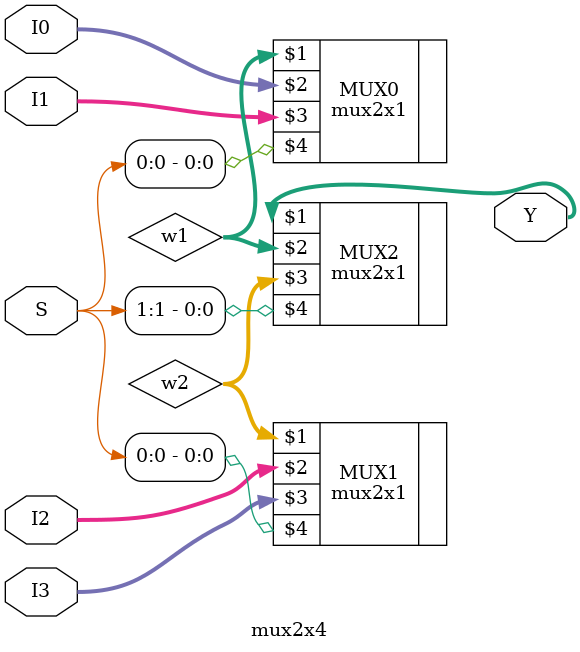
<source format=v>
module mux2x4 (Y, I0, I1, I2, I3, S);
	input [7:0] I0,I1,I2,I3;
	input [1:0] S;
	output [7:0] Y;
	wire [7:0] w1,w2;

	mux2x1 MUX0(w1, I0, I1, S[0]);
	mux2x1 MUX1(w2, I2, I3, S[0]);
	mux2x1 MUX2(Y, w1, w2, S[1]);
endmodule
</source>
